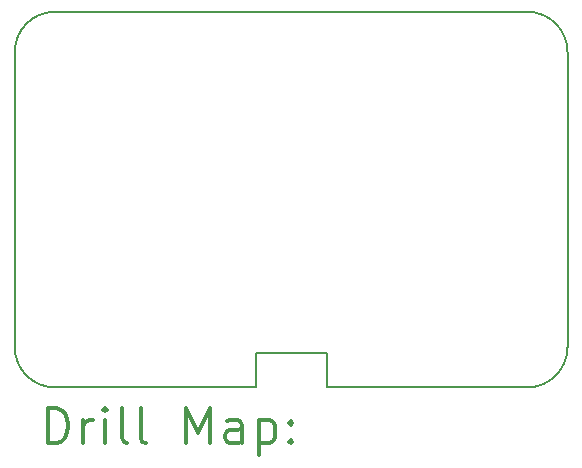
<source format=gbr>
%FSLAX45Y45*%
G04 Gerber Fmt 4.5, Leading zero omitted, Abs format (unit mm)*
G04 Created by KiCad (PCBNEW (5.1.10)-1) date 2022-10-27 19:37:07*
%MOMM*%
%LPD*%
G01*
G04 APERTURE LIST*
%TA.AperFunction,Profile*%
%ADD10C,0.150000*%
%TD*%
%ADD11C,0.200000*%
%ADD12C,0.300000*%
G04 APERTURE END LIST*
D10*
X10300000Y-12200000D02*
X9700000Y-12200000D01*
X10300000Y-12490000D02*
X10300000Y-12200000D01*
X9700000Y-12490000D02*
X9700000Y-12200000D01*
X10300000Y-12490000D02*
X12000000Y-12490000D01*
X12340000Y-12150000D02*
G75*
G02*
X12000000Y-12490000I-340000J0D01*
G01*
X8000000Y-12490000D02*
G75*
G02*
X7660000Y-12150000I0J340000D01*
G01*
X12000000Y-9310000D02*
G75*
G02*
X12340000Y-9650000I0J-340000D01*
G01*
X7660000Y-9650000D02*
G75*
G02*
X8000000Y-9310000I340000J0D01*
G01*
X7660000Y-9650000D02*
X7660000Y-12150000D01*
X12000000Y-9310000D02*
X8000000Y-9310000D01*
X12340000Y-12150000D02*
X12340000Y-9650000D01*
X8000000Y-12490000D02*
X9700000Y-12490000D01*
D11*
D12*
X7938928Y-12963214D02*
X7938928Y-12663214D01*
X8010357Y-12663214D01*
X8053214Y-12677500D01*
X8081786Y-12706071D01*
X8096071Y-12734643D01*
X8110357Y-12791786D01*
X8110357Y-12834643D01*
X8096071Y-12891786D01*
X8081786Y-12920357D01*
X8053214Y-12948929D01*
X8010357Y-12963214D01*
X7938928Y-12963214D01*
X8238928Y-12963214D02*
X8238928Y-12763214D01*
X8238928Y-12820357D02*
X8253214Y-12791786D01*
X8267500Y-12777500D01*
X8296071Y-12763214D01*
X8324643Y-12763214D01*
X8424643Y-12963214D02*
X8424643Y-12763214D01*
X8424643Y-12663214D02*
X8410357Y-12677500D01*
X8424643Y-12691786D01*
X8438928Y-12677500D01*
X8424643Y-12663214D01*
X8424643Y-12691786D01*
X8610357Y-12963214D02*
X8581786Y-12948929D01*
X8567500Y-12920357D01*
X8567500Y-12663214D01*
X8767500Y-12963214D02*
X8738928Y-12948929D01*
X8724643Y-12920357D01*
X8724643Y-12663214D01*
X9110357Y-12963214D02*
X9110357Y-12663214D01*
X9210357Y-12877500D01*
X9310357Y-12663214D01*
X9310357Y-12963214D01*
X9581786Y-12963214D02*
X9581786Y-12806071D01*
X9567500Y-12777500D01*
X9538928Y-12763214D01*
X9481786Y-12763214D01*
X9453214Y-12777500D01*
X9581786Y-12948929D02*
X9553214Y-12963214D01*
X9481786Y-12963214D01*
X9453214Y-12948929D01*
X9438928Y-12920357D01*
X9438928Y-12891786D01*
X9453214Y-12863214D01*
X9481786Y-12848929D01*
X9553214Y-12848929D01*
X9581786Y-12834643D01*
X9724643Y-12763214D02*
X9724643Y-13063214D01*
X9724643Y-12777500D02*
X9753214Y-12763214D01*
X9810357Y-12763214D01*
X9838928Y-12777500D01*
X9853214Y-12791786D01*
X9867500Y-12820357D01*
X9867500Y-12906071D01*
X9853214Y-12934643D01*
X9838928Y-12948929D01*
X9810357Y-12963214D01*
X9753214Y-12963214D01*
X9724643Y-12948929D01*
X9996071Y-12934643D02*
X10010357Y-12948929D01*
X9996071Y-12963214D01*
X9981786Y-12948929D01*
X9996071Y-12934643D01*
X9996071Y-12963214D01*
X9996071Y-12777500D02*
X10010357Y-12791786D01*
X9996071Y-12806071D01*
X9981786Y-12791786D01*
X9996071Y-12777500D01*
X9996071Y-12806071D01*
M02*

</source>
